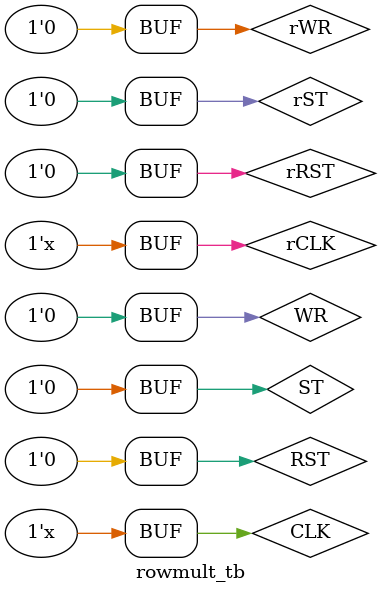
<source format=v>
module rowmult(OUT_DATA, ST, RD, CLK, RST, DATA1, DATA2, ADDR, Read);
	parameter matrix_width = 128;
	parameter data_width = 32;
	parameter address_width = 8;
	
	input ST;
	input CLK;
	input RST;
	output RD;
	output [data_width-1:0] OUT_DATA;
	input [data_width-1:0] DATA1;
	input [data_width-1:0] DATA2;
	output Read;
	output [address_width-1:0] ADDR;
	
	wire [data_width + 32 - 1:0] FOR_OUT;
	reg [data_width + 32 - 1:0] FOR_IN;
	
	assign OUT_DATA = FOR_OUT[data_width + 32 - 1:32];
	
	reg BS;
	wire BR;
	reg [1:0] state;
	
	for_statement multiply(FOR_IN, FOR_OUT, RD, ST, CLK, RST, DATA1, DATA2, ADDR, Read);
	defparam multiply.cycles = matrix_width;
	defparam multiply.mem_dw = data_width;
	defparam multiply.address_width = address_width;
	
	always @(posedge CLK) begin
		if(RST == 1) begin
			FOR_IN = 0;
			state = 0;
		end
		
	end
	
endmodule

module for_statement(IN_DATA, OUT_DATA, RD, ST, CLK, RST, DATA1, DATA2, ADDR, Read);
parameter address_width = 8;
parameter mem_dw = 32;
parameter cycles = 128;
parameter in_w = 32 + mem_dw;
parameter out_w = 32 + mem_dw;
parameter int_in_w = 32 + mem_dw;
parameter int_out_w = 32 + mem_dw;

input [in_w-1:0] IN_DATA;
output reg [out_w-1:0] OUT_DATA;
reg [out_w-1:0] DATA;
input CLK;
output reg RD;
input ST;
input RST;

input [mem_dw-1:0] DATA1;
input [mem_dw-1:0] DATA2;
output [address_width -1:0] ADDR;
output Read;

reg [1:0] state;
reg BS;
wire TST;
wire TST1;
wire BR;
wire [in_w-1:0] INIT_DATA;
wire [out_w-1:0] BODY_DATA;

for_init init_module(IN_DATA, INIT_DATA);
for_body body_module(DATA, BODY_DATA, BR, BS, CLK, RST, DATA1, DATA2, ADDR, Read);
for_test test_module(BODY_DATA, TST);
for_test test_module1(INIT_DATA, TST1);

defparam test_module.cycles = cycles;
defparam test_module1.cycles = cycles;
defparam test_module.out_w = out_w;
defparam test_module1.out_w = out_w;
defparam body_module.mem_dw = mem_dw;
defparam body_module.address_width = address_width;
defparam init_module.in_w = in_w;

   always @(posedge CLK) begin
          if(RST == 1) begin
                 state = 0;
                 OUT_DATA = 0;
                 RD = 1;
          end

          case(state)
                  0: begin
                    BS = 0;
                    RD = 1;
                    if(ST == 1) begin
                      DATA = INIT_DATA;
                      state = 1;
                    end
                  end
                  1: begin
                    BS = 0;
                    RD = 0;
                    if(TST1 == 1) begin
                      state = 2;
                      BS = 1;
                    end else begin
                      state = 0;
                      OUT_DATA = INIT_DATA;
                    end                
                  end
                  2: begin
                    BS = 1;
                    RD = 0;
                    if(BR == 1) begin
                      state = 3;
                      DATA = BODY_DATA;
                    end
                  end
                  3: begin
                    BS = 0;
                    RD = 0;
                    if(TST == 1) begin
                      state = 2;
                      BS = 0;
                    end else begin
                      state = 0;
                      OUT_DATA = DATA;
                    end
                  end
                  default: begin
                     state = 0;
                  end
          endcase
   end
endmodule

module for_body(IN_DATA, OUT_DATA, RD, ST, CLK, RST, DATA1, DATA2, ADDR, Read);
	parameter address_width = 8;
	parameter mem_dw = 32;
	parameter in_w = 32 + mem_dw;
	parameter out_w = 32 + mem_dw;
	input [in_w-1:0] IN_DATA;
	output [out_w-1:0] OUT_DATA;
	input CLK;
	output RD;
	input ST;
	input RST;

	input [mem_dw-1:0] DATA1;
	input [mem_dw-1:0] DATA2;
	output [address_width -1:0] ADDR;
	output Read;
	
	assign RD = 1;
	assign ADDR = IN_DATA[31:0];
	assign Read = 1;
	assign OUT_DATA[31:0] = IN_DATA[31:0] + 1;
	assign OUT_DATA[63:32] = IN_DATA[63:32] + DATA1 * DATA2;
endmodule

module for_init(IN_DATA, OUT_DATA);
  parameter in_w = 64;
  input [in_w-1:0] IN_DATA;
  output[in_w-1:0] OUT_DATA;
  assign OUT_DATA = IN_DATA;
endmodule

module for_test(BODY_DATA, TST);
  parameter out_w = 64;
  parameter cycles = 128;
  input [out_w-1:0] BODY_DATA;
  output TST;
  assign TST = BODY_DATA[32-1:0] < cycles;
endmodule

module rowmult_tb();
	parameter data_width = 32;
	parameter depth = 256;
	parameter address_width = 8;
	parameter input_file1 = "d:/Work/dissertation_microprocessor/altera_projects/fpga_igmv/M1.bin";
	parameter input_file2 = "d:/Work/dissertation_microprocessor/altera_projects/fpga_igmv/M2.bin";
	parameter output_file1 = "d:/Work/dissertation_microprocessor/altera_projects/fpga_igmv/MO2.bin";
	parameter output_file2 = "d:/Work/dissertation_microprocessor/altera_projects/fpga_igmv/MO2.bin";
	
	wire [data_width-1:0] OUT_DATA;
	wire [address_width-1:0] ADDR;
	wire [data_width-1:0] DATA1;
	wire [data_width-1:0] DATA2;
	wire Read;
	reg rCLK;
	wire CLK;
	reg rRST;
	wire RST;
	reg rWR;
	wire WR;
	reg rST;
	wire ST;
	wire [31:0] IN_DATA;
	assign CLK = rCLK;
	assign RST = rRST;
	assign WR = rWR;
	assign ST = rST;
	
	syncmemory mem1(IN_DATA, DATA1, ADDR, Read, WR, CLK, RST);
	defparam mem1.data_width = data_width;
	defparam mem1.depth = depth;
	defparam mem1.address_width = address_width;
	defparam mem1.input_file = input_file1;
	defparam mem1.output_file = output_file1;
	
	syncmemory mem2(IN_DATA, DATA2, ADDR, Read, WR, CLK, RST);
	defparam mem2.data_width = data_width;
	defparam mem2.depth = depth;
	defparam mem2.address_width = address_width;
	defparam mem2.input_file = input_file2;
	defparam mem2.output_file = output_file2;
	
	rowmult rowmult1(OUT_DATA, ST, RD, CLK, RST, DATA1, DATA2, ADDR, Read);
	defparam rowmult1.matrix_width = 10+1;
	
	always begin
		#5 rCLK = ~rCLK;
	end
	
	initial begin
		rCLK = 0;
		rST = 0;
		rWR = 0;
		rRST = 0;
		#5 rRST = 1;
		#5 rRST = 0;
		#5 rST = 1;
		#5 rST = 0;
	end
	
endmodule

</source>
